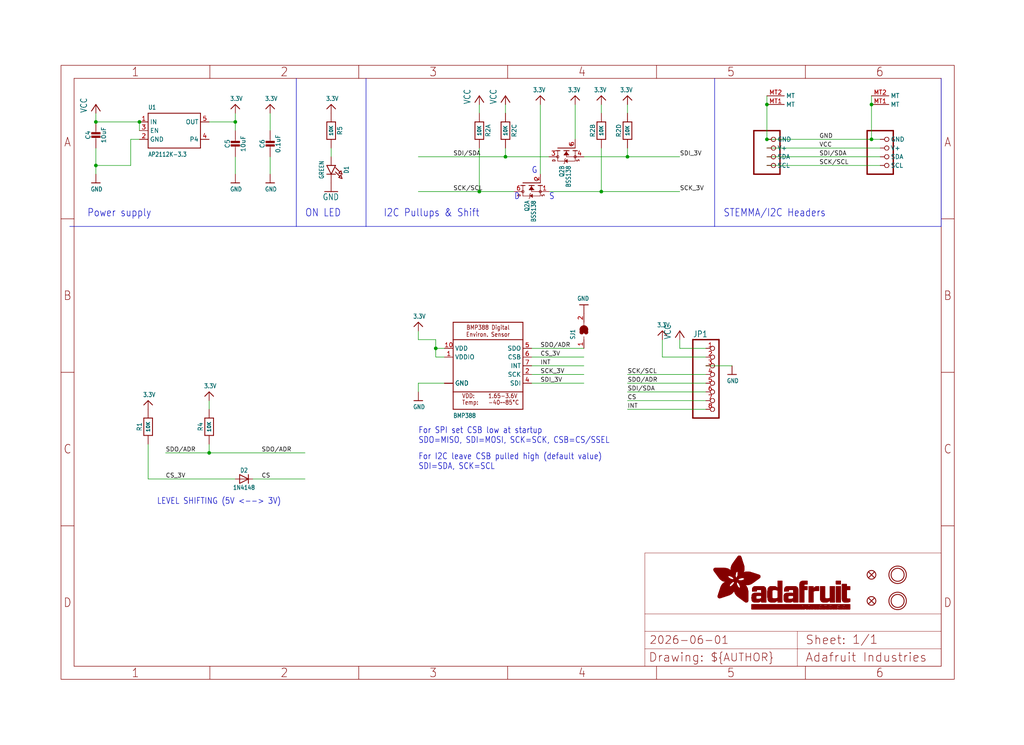
<source format=kicad_sch>
(kicad_sch (version 20230121) (generator eeschema)
  (paper "User" 298.45 217.322)
  (lib_symbols
    (symbol "Adafruit BMP390-eagle-import:3.3V" (power)
      (property "Value" "3.3V" (at -1.524 1.016 0))
      (symbol "3.3V_1_0"
        (pin power_in line (at 0 -2.54 90) (length 2.54) (name "3.3V") (number "1"))
      )
    )
    (symbol "Adafruit BMP390-eagle-import:BMP388"
      (symbol "BMP388_1_0"
        (text "-40~~85°C" (at 0 -11.43 0) (effects (font (size 1.27 1.0795)) (justify left bottom)))
        (text "1.65-3.6V" (at 0 -9.525 0) (effects (font (size 1.27 1.0795)) (justify left bottom)))
        (text "BMP388 Digital\nEnviron. Sensor" (at 0 10.16 0) (effects (font (size 1.27 1.0795))))
        (text "Temp:" (at -7.62 -11.43 0) (effects (font (size 1.27 1.0795)) (justify left bottom)))
        (text "VDD:" (at -7.62 -9.525 0) (effects (font (size 1.27 1.0795)) (justify left bottom)))
        (pin power_in line (at -12.7 2.54 0) (length 2.54) (name "VDDIO") (number "1"))
        (pin power_in line (at -12.7 5.08 0) (length 2.54) (name "VDD") (number "10"))
        (pin input line (at 12.7 -2.54 180) (length 2.54) (name "SCK") (number "2"))
        (pin power_in line (at -12.7 -5.08 0) (length 2.54) (name "GND") (number "3"))
        (pin input line (at 12.7 -5.08 180) (length 2.54) (name "SDI") (number "4"))
        (pin output line (at 12.7 5.08 180) (length 2.54) (name "SDO") (number "5"))
        (pin input line (at 12.7 2.54 180) (length 2.54) (name "CSB") (number "6"))
        (pin output line (at 12.7 0 180) (length 2.54) (name "INT") (number "7"))
        (pin power_in line (at -12.7 -5.08 0) (length 2.54) (name "GND") (number "8"))
        (pin power_in line (at -12.7 -5.08 0) (length 2.54) (name "GND") (number "9"))
      )
    )
    (symbol "Adafruit BMP390-eagle-import:CAP_CERAMIC0603_NO"
      (property "Reference" "C" (at -2.29 1.25 90))
      (symbol "CAP_CERAMIC0603_NO_1_0"
        (pin passive line (at 0 5.08 270) (length 2.54) (name "1") (number "1"))
        (pin passive line (at 0 -2.54 90) (length 2.54) (name "2") (number "2"))
      )
    )
    (symbol "Adafruit BMP390-eagle-import:CAP_CERAMIC0805-NOOUTLINE"
      (property "Reference" "C" (at -2.29 1.25 90))
      (symbol "CAP_CERAMIC0805-NOOUTLINE_1_0"
        (pin passive line (at 0 5.08 270) (length 2.54) (name "1") (number "1"))
        (pin passive line (at 0 -2.54 90) (length 2.54) (name "2") (number "2"))
      )
    )
    (symbol "Adafruit BMP390-eagle-import:DIODESOD-323"
      (property "Reference" "D" (at 0 2.54 0))
      (symbol "DIODESOD-323_1_0"
        (pin passive line (at -2.54 0 0) (length 2.54) (name "A") (number "A"))
        (pin passive line (at 2.54 0 180) (length 2.54) (name "C") (number "C"))
      )
    )
    (symbol "Adafruit BMP390-eagle-import:FIDUCIAL_1MM")
    (symbol "Adafruit BMP390-eagle-import:FRAME_A4_ADAFRUIT"
      (symbol "FRAME_A4_ADAFRUIT_1_0"
        (text "${#}/${##}" (at 230.505 10.16 0) (effects (font (size 2.54 2.54)) (justify left bottom)))
        (text "${AUTHOR}" (at 189.23 5.08 0) (effects (font (size 2.286 2.286)) (justify left bottom)))
        (text "${CURRENT_DATE}" (at 171.45 10.16 0) (effects (font (size 2.286 2.286)) (justify left bottom)))
        (text "${PROJECTNAME}" (at 171.45 15.24 0) (effects (font (size 2.54 2.54)) (justify left bottom)))
        (text "1" (at 21.6958 1.905 0) (effects (font (size 2.54 2.286))))
        (text "1" (at 21.6958 177.165 0) (effects (font (size 2.54 2.286))))
        (text "2" (at 65.0875 1.905 0) (effects (font (size 2.54 2.286))))
        (text "2" (at 65.0875 177.165 0) (effects (font (size 2.54 2.286))))
        (text "3" (at 108.4792 1.905 0) (effects (font (size 2.54 2.286))))
        (text "3" (at 108.4792 177.165 0) (effects (font (size 2.54 2.286))))
        (text "4" (at 151.8708 1.905 0) (effects (font (size 2.54 2.286))))
        (text "4" (at 151.8708 177.165 0) (effects (font (size 2.54 2.286))))
        (text "5" (at 195.2625 1.905 0) (effects (font (size 2.54 2.286))))
        (text "5" (at 195.2625 177.165 0) (effects (font (size 2.54 2.286))))
        (text "6" (at 238.6542 1.905 0) (effects (font (size 2.54 2.286))))
        (text "6" (at 238.6542 177.165 0) (effects (font (size 2.54 2.286))))
        (text "A" (at 1.905 156.6863 0) (effects (font (size 2.54 2.286))))
        (text "A" (at 258.445 156.6863 0) (effects (font (size 2.54 2.286))))
        (text "Adafruit Industries" (at 216.916 4.953 0) (effects (font (size 2.54 2.54)) (justify left bottom)))
        (text "B" (at 1.905 111.9188 0) (effects (font (size 2.54 2.286))))
        (text "B" (at 258.445 111.9188 0) (effects (font (size 2.54 2.286))))
        (text "C" (at 1.905 67.1513 0) (effects (font (size 2.54 2.286))))
        (text "C" (at 258.445 67.1513 0) (effects (font (size 2.54 2.286))))
        (text "D" (at 1.905 22.3838 0) (effects (font (size 2.54 2.286))))
        (text "D" (at 258.445 22.3838 0) (effects (font (size 2.54 2.286))))
        (text "Drawing:" (at 171.196 4.953 0) (effects (font (size 2.54 2.54)) (justify left bottom)))
        (text "Sheet:" (at 216.916 10.033 0) (effects (font (size 2.54 2.54)) (justify left bottom)))
      )
    )
    (symbol "Adafruit BMP390-eagle-import:GND" (power)
      (property "Value" "GND" (at -1.524 -2.54 0))
      (symbol "GND_1_0"
        (pin power_in line (at 0 2.54 270) (length 2.54) (name "GND") (number "1"))
      )
    )
    (symbol "Adafruit BMP390-eagle-import:HEADER-1X870MIL"
      (property "Reference" "JP" (at -6.35 13.335 0))
      (symbol "HEADER-1X870MIL_1_0"
        (pin passive inverted (at -2.54 10.16 0) (length 2.54) (name "1") (number "1"))
        (pin passive inverted (at -2.54 7.62 0) (length 2.54) (name "2") (number "2"))
        (pin passive inverted (at -2.54 5.08 0) (length 2.54) (name "3") (number "3"))
        (pin passive inverted (at -2.54 2.54 0) (length 2.54) (name "4") (number "4"))
        (pin passive inverted (at -2.54 0 0) (length 2.54) (name "5") (number "5"))
        (pin passive inverted (at -2.54 -2.54 0) (length 2.54) (name "6") (number "6"))
        (pin passive inverted (at -2.54 -5.08 0) (length 2.54) (name "7") (number "7"))
        (pin passive inverted (at -2.54 -7.62 0) (length 2.54) (name "8") (number "8"))
      )
    )
    (symbol "Adafruit BMP390-eagle-import:LED0603_NOOUTLINE"
      (property "Reference" "D" (at -1.27 4.445 0))
      (symbol "LED0603_NOOUTLINE_1_0"
        (pin passive line (at -5.08 0 0) (length 2.54) (name "A") (number "A"))
        (pin passive line (at 2.54 0 180) (length 2.54) (name "C") (number "C"))
      )
    )
    (symbol "Adafruit BMP390-eagle-import:MOSFET-N_DUAL"
      (property "Reference" "Q" (at 5.08 0.635 0))
      (symbol "MOSFET-N_DUAL_1_0"
        (text "D" (at 3.175 3.175 0) (effects (font (size 0.8128 0.6908)) (justify left bottom)))
        (text "G" (at -1.27 -1.905 0) (effects (font (size 0.8128 0.6908)) (justify left bottom)))
        (text "S" (at 3.175 -3.81 0) (effects (font (size 0.8128 0.6908)) (justify left bottom)))
        (pin bidirectional line (at 2.54 -5.08 90) (length 2.54) (name "S") (number "1"))
        (pin bidirectional line (at -2.54 -2.54 0) (length 2.54) (name "G") (number "2"))
        (pin bidirectional line (at 2.54 5.08 270) (length 2.54) (name "D") (number "6"))
      )
      (symbol "MOSFET-N_DUAL_2_0"
        (text "D" (at 3.175 3.175 0) (effects (font (size 0.8128 0.6908)) (justify left bottom)))
        (text "G" (at -1.27 -1.905 0) (effects (font (size 0.8128 0.6908)) (justify left bottom)))
        (text "S" (at 3.175 -3.81 0) (effects (font (size 0.8128 0.6908)) (justify left bottom)))
        (pin bidirectional line (at 2.54 5.08 270) (length 2.54) (name "D") (number "3"))
        (pin bidirectional line (at 2.54 -5.08 90) (length 2.54) (name "S") (number "4"))
        (pin bidirectional line (at -2.54 -2.54 0) (length 2.54) (name "G") (number "5"))
      )
    )
    (symbol "Adafruit BMP390-eagle-import:MOUNTINGHOLE2.5")
    (symbol "Adafruit BMP390-eagle-import:RESISTOR_0603_NOOUT"
      (property "Reference" "R" (at 0 2.54 0))
      (symbol "RESISTOR_0603_NOOUT_1_0"
        (pin passive line (at -5.08 0 0) (length 2.54) (name "1") (number "1"))
        (pin passive line (at 5.08 0 180) (length 2.54) (name "2") (number "2"))
      )
    )
    (symbol "Adafruit BMP390-eagle-import:RESISTOR_4PACK"
      (property "Reference" "R" (at 0 2.54 0))
      (symbol "RESISTOR_4PACK_1_0"
        (pin passive line (at -5.08 0 0) (length 2.54) (name "1") (number "1"))
        (pin passive line (at 5.08 0 180) (length 2.54) (name "2") (number "8"))
      )
      (symbol "RESISTOR_4PACK_2_0"
        (pin passive line (at -5.08 0 0) (length 2.54) (name "1") (number "2"))
        (pin passive line (at 5.08 0 180) (length 2.54) (name "2") (number "7"))
      )
      (symbol "RESISTOR_4PACK_3_0"
        (pin passive line (at -5.08 0 0) (length 2.54) (name "1") (number "3"))
        (pin passive line (at 5.08 0 180) (length 2.54) (name "2") (number "6"))
      )
      (symbol "RESISTOR_4PACK_4_0"
        (pin passive line (at -5.08 0 0) (length 2.54) (name "1") (number "4"))
        (pin passive line (at 5.08 0 180) (length 2.54) (name "2") (number "5"))
      )
    )
    (symbol "Adafruit BMP390-eagle-import:SOLDERJUMPER"
      (property "Reference" "SJ" (at -2.54 2.54 0))
      (symbol "SOLDERJUMPER_1_0"
        (pin passive line (at -5.08 0 0) (length 2.54) (name "1") (number "1"))
        (pin passive line (at 5.08 0 180) (length 2.54) (name "2") (number "2"))
      )
    )
    (symbol "Adafruit BMP390-eagle-import:STEMMA_I2C_QT"
      (symbol "STEMMA_I2C_QT_1_0"
        (pin passive inverted (at 0 5.08 0) (length 2.54) (name "GND") (number "1"))
        (pin passive inverted (at 0 2.54 0) (length 2.54) (name "V+") (number "2"))
        (pin passive inverted (at 0 0 0) (length 2.54) (name "SDA") (number "3"))
        (pin passive inverted (at 0 -2.54 0) (length 2.54) (name "SCL") (number "4"))
      )
      (symbol "STEMMA_I2C_QT_2_0"
        (pin bidirectional line (at 0 0 0) (length 5.08) (name "MT") (number "MT1"))
      )
      (symbol "STEMMA_I2C_QT_3_0"
        (pin bidirectional line (at 0 0 0) (length 5.08) (name "MT") (number "MT2"))
      )
    )
    (symbol "Adafruit BMP390-eagle-import:VCC" (power)
      (property "Value" "VCC" (at -2.54 -2.54 90))
      (symbol "VCC_1_0"
        (pin power_in line (at 0 -2.54 90) (length 2.54) (name "VCC") (number "1"))
      )
    )
    (symbol "Adafruit BMP390-eagle-import:VREG_SOT23-5"
      (property "Reference" "U" (at -7.62 6.096 0))
      (symbol "VREG_SOT23-5_1_0"
        (pin power_in line (at -10.16 2.54 0) (length 2.54) (name "IN") (number "1"))
        (pin power_in line (at -10.16 -2.54 0) (length 2.54) (name "GND") (number "2"))
        (pin input line (at -10.16 0 0) (length 2.54) (name "EN") (number "3"))
        (pin bidirectional line (at 10.16 -2.54 180) (length 2.54) (name "P4") (number "4"))
        (pin power_in line (at 10.16 2.54 180) (length 2.54) (name "OUT") (number "5"))
      )
    )
    (symbol "Adafruit BMP390-eagle-import:supply1_GND" (power)
      (property "Value" "supply1_GND" (at -2.54 -2.54 0))
      (symbol "supply1_GND_1_0"
        (pin power_in line (at 0 2.54 270) (length 2.54) (name "GND") (number "1"))
      )
    )
  )
  (junction (at 40.64 35.56))
  (junction (at 127 101.6))
  (junction (at 68.58 35.56))
  (junction (at 223.52 30.48))
  (junction (at 254 40.64))
  (junction (at 147.32 45.72))
  (junction (at 139.7 55.88))
  (junction (at 223.52 40.64))
  (junction (at 27.94 48.26))
  (junction (at 175.26 55.88))
  (junction (at 60.96 132.08))
  (junction (at 182.88 45.72))
  (junction (at 27.94 35.56))
  (junction (at 254 30.48))
  (wire (pts (xy 38.1 48.26) (xy 27.94 48.26)) (stroke (width 0.1524)))
  (wire (pts (xy 254 40.64) (xy 223.52 40.64)) (stroke (width 0.1524)))
  (wire (pts (xy 254 27.94) (xy 254 30.48)) (stroke (width 0.1524)))
  (wire (pts (xy 205.74 104.14) (xy 193.04 104.14)) (stroke (width 0.1524)))
  (wire (pts (xy 175.26 43.18) (xy 175.26 55.88)) (stroke (width 0.1524)))
  (wire (pts (xy 60.96 132.08) (xy 88.9 132.08)) (stroke (width 0.1524)))
  (wire (pts (xy 40.64 40.64) (xy 38.1 40.64)) (stroke (width 0.1524)))
  (polyline (pts (xy 208.28 22.86) (xy 208.28 66.04)) (stroke (width 0.1524) (type solid)))
  (wire (pts (xy 68.58 139.7) (xy 43.18 139.7)) (stroke (width 0.1524)))
  (wire (pts (xy 68.58 35.56) (xy 68.58 38.1)) (stroke (width 0.1524)))
  (wire (pts (xy 205.74 119.38) (xy 182.88 119.38)) (stroke (width 0.1524)))
  (wire (pts (xy 157.48 50.8) (xy 157.48 30.48)) (stroke (width 0.1524)))
  (wire (pts (xy 205.74 109.22) (xy 182.88 109.22)) (stroke (width 0.1524)))
  (wire (pts (xy 68.58 35.56) (xy 68.58 33.02)) (stroke (width 0.1524)))
  (wire (pts (xy 73.66 139.7) (xy 88.9 139.7)) (stroke (width 0.1524)))
  (wire (pts (xy 154.94 106.68) (xy 170.18 106.68)) (stroke (width 0.1524)))
  (wire (pts (xy 170.18 109.22) (xy 154.94 109.22)) (stroke (width 0.1524)))
  (wire (pts (xy 223.52 30.48) (xy 223.52 40.64)) (stroke (width 0.1524)))
  (wire (pts (xy 121.92 96.52) (xy 121.92 99.06)) (stroke (width 0.1524)))
  (wire (pts (xy 256.54 40.64) (xy 254 40.64)) (stroke (width 0.1524)))
  (polyline (pts (xy 106.68 66.04) (xy 208.28 66.04)) (stroke (width 0.1524) (type solid)))
  (wire (pts (xy 223.52 27.94) (xy 223.52 30.48)) (stroke (width 0.1524)))
  (wire (pts (xy 68.58 45.72) (xy 68.58 50.8)) (stroke (width 0.1524)))
  (wire (pts (xy 78.74 33.02) (xy 78.74 38.1)) (stroke (width 0.1524)))
  (wire (pts (xy 38.1 40.64) (xy 38.1 48.26)) (stroke (width 0.1524)))
  (polyline (pts (xy 106.68 22.86) (xy 106.68 66.04)) (stroke (width 0.1524) (type solid)))
  (wire (pts (xy 43.18 139.7) (xy 43.18 129.54)) (stroke (width 0.1524)))
  (wire (pts (xy 154.94 111.76) (xy 170.18 111.76)) (stroke (width 0.1524)))
  (wire (pts (xy 139.7 30.48) (xy 139.7 33.02)) (stroke (width 0.1524)))
  (wire (pts (xy 182.88 45.72) (xy 198.12 45.72)) (stroke (width 0.1524)))
  (wire (pts (xy 149.86 55.88) (xy 139.7 55.88)) (stroke (width 0.1524)))
  (wire (pts (xy 127 104.14) (xy 129.54 104.14)) (stroke (width 0.1524)))
  (wire (pts (xy 121.92 99.06) (xy 127 99.06)) (stroke (width 0.1524)))
  (wire (pts (xy 193.04 104.14) (xy 193.04 99.06)) (stroke (width 0.1524)))
  (polyline (pts (xy 274.32 22.86) (xy 274.32 66.04)) (stroke (width 0.1524) (type solid)))
  (wire (pts (xy 154.94 101.6) (xy 170.18 101.6)) (stroke (width 0.1524)))
  (wire (pts (xy 182.88 43.18) (xy 182.88 45.72)) (stroke (width 0.1524)))
  (wire (pts (xy 27.94 48.26) (xy 27.94 50.8)) (stroke (width 0.1524)))
  (wire (pts (xy 127 99.06) (xy 127 101.6)) (stroke (width 0.1524)))
  (wire (pts (xy 27.94 33.02) (xy 27.94 35.56)) (stroke (width 0.1524)))
  (wire (pts (xy 60.96 129.54) (xy 60.96 132.08)) (stroke (width 0.1524)))
  (wire (pts (xy 139.7 43.18) (xy 139.7 55.88)) (stroke (width 0.1524)))
  (wire (pts (xy 175.26 33.02) (xy 175.26 30.48)) (stroke (width 0.1524)))
  (wire (pts (xy 205.74 116.84) (xy 182.88 116.84)) (stroke (width 0.1524)))
  (wire (pts (xy 40.64 38.1) (xy 40.64 35.56)) (stroke (width 0.1524)))
  (wire (pts (xy 205.74 111.76) (xy 182.88 111.76)) (stroke (width 0.1524)))
  (wire (pts (xy 170.18 45.72) (xy 182.88 45.72)) (stroke (width 0.1524)))
  (polyline (pts (xy 86.36 66.04) (xy 106.68 66.04)) (stroke (width 0.1524) (type solid)))
  (polyline (pts (xy 20.32 66.04) (xy 86.36 66.04)) (stroke (width 0.1524) (type solid)))
  (wire (pts (xy 121.92 111.76) (xy 121.92 114.3)) (stroke (width 0.1524)))
  (wire (pts (xy 223.52 43.18) (xy 256.54 43.18)) (stroke (width 0.1524)))
  (wire (pts (xy 78.74 45.72) (xy 78.74 50.8)) (stroke (width 0.1524)))
  (wire (pts (xy 60.96 132.08) (xy 48.26 132.08)) (stroke (width 0.1524)))
  (wire (pts (xy 175.26 55.88) (xy 198.12 55.88)) (stroke (width 0.1524)))
  (wire (pts (xy 256.54 45.72) (xy 223.52 45.72)) (stroke (width 0.1524)))
  (wire (pts (xy 223.52 48.26) (xy 256.54 48.26)) (stroke (width 0.1524)))
  (wire (pts (xy 129.54 101.6) (xy 127 101.6)) (stroke (width 0.1524)))
  (wire (pts (xy 96.52 45.72) (xy 96.52 43.18)) (stroke (width 0.1524)))
  (wire (pts (xy 205.74 101.6) (xy 198.12 101.6)) (stroke (width 0.1524)))
  (polyline (pts (xy 208.28 66.04) (xy 274.32 66.04)) (stroke (width 0.1524) (type solid)))
  (wire (pts (xy 154.94 104.14) (xy 170.18 104.14)) (stroke (width 0.1524)))
  (wire (pts (xy 139.7 55.88) (xy 121.92 55.88)) (stroke (width 0.1524)))
  (wire (pts (xy 60.96 35.56) (xy 68.58 35.56)) (stroke (width 0.1524)))
  (wire (pts (xy 205.74 106.68) (xy 213.36 106.68)) (stroke (width 0.1524)))
  (wire (pts (xy 254 30.48) (xy 254 40.64)) (stroke (width 0.1524)))
  (wire (pts (xy 40.64 35.56) (xy 27.94 35.56)) (stroke (width 0.1524)))
  (wire (pts (xy 127 101.6) (xy 127 104.14)) (stroke (width 0.1524)))
  (wire (pts (xy 167.64 40.64) (xy 167.64 30.48)) (stroke (width 0.1524)))
  (wire (pts (xy 121.92 111.76) (xy 129.54 111.76)) (stroke (width 0.1524)))
  (polyline (pts (xy 86.36 22.86) (xy 86.36 66.04)) (stroke (width 0.1524) (type solid)))
  (wire (pts (xy 160.02 55.88) (xy 175.26 55.88)) (stroke (width 0.1524)))
  (wire (pts (xy 147.32 43.18) (xy 147.32 45.72)) (stroke (width 0.1524)))
  (wire (pts (xy 147.32 33.02) (xy 147.32 30.48)) (stroke (width 0.1524)))
  (wire (pts (xy 27.94 48.26) (xy 27.94 43.18)) (stroke (width 0.1524)))
  (wire (pts (xy 198.12 101.6) (xy 198.12 99.06)) (stroke (width 0.1524)))
  (wire (pts (xy 160.02 45.72) (xy 147.32 45.72)) (stroke (width 0.1524)))
  (wire (pts (xy 205.74 114.3) (xy 182.88 114.3)) (stroke (width 0.1524)))
  (wire (pts (xy 60.96 116.84) (xy 60.96 119.38)) (stroke (width 0.1524)))
  (wire (pts (xy 147.32 45.72) (xy 121.92 45.72)) (stroke (width 0.1524)))
  (wire (pts (xy 182.88 33.02) (xy 182.88 30.48)) (stroke (width 0.1524)))
  (text "For SPI set CSB low at startup\nSDO=MISO, SDI=MOSI, SCK=SCK, CSB=CS/SSEL" (at 121.92 129.54 0) (effects (font (size 1.778 1.5113)) (justify left bottom)))
  (text "ON LED" (at 88.9 63.5 0) (effects (font (size 2.1844 1.8567)) (justify left bottom)))
  (text "LEVEL SHIFTING (5V <--> 3V)" (at 45.72 147.32 0) (effects (font (size 1.778 1.5113)) (justify left bottom)))
  (text "I2C Pullups & Shift" (at 111.76 63.5 0) (effects (font (size 2.1844 1.8567)) (justify left bottom)))
  (text "For I2C leave CSB pulled high (default value)\nSDI=SDA, SCK=SCL" (at 121.92 137.16 0) (effects (font (size 1.778 1.5113)) (justify left bottom)))
  (text "STEMMA/I2C Headers" (at 210.82 63.5 0) (effects (font (size 2.1844 1.8567)) (justify left bottom)))
  (text "D" (at 149.86 58.42 0) (effects (font (size 1.778 1.5113)) (justify left bottom)))
  (text "Power supply" (at 25.4 63.5 0) (effects (font (size 2.1844 1.8567)) (justify left bottom)))
  (text "G" (at 154.94 50.8 0) (effects (font (size 1.778 1.5113)) (justify left bottom)))
  (text "S" (at 160.02 58.42 0) (effects (font (size 1.778 1.5113)) (justify left bottom)))
  (label "SCK/SCL" (at 132.08 55.88 0) (effects (font (size 1.2446 1.2446))))
  (label "CS" (at 182.88 116.84 0) (effects (font (size 1.2446 1.2446))))
  (label "SCK_3V" (at 198.12 55.88 0) (effects (font (size 1.2446 1.2446))))
  (label "SDI/SDA" (at 132.08 45.72 0) (effects (font (size 1.2446 1.2446))))
  (label "CS_3V" (at 48.26 139.7 0) (effects (font (size 1.2446 1.2446))))
  (label "CS" (at 76.2 139.7 0) (effects (font (size 1.2446 1.2446))))
  (label "SDO/ADR" (at 182.88 111.76 0) (effects (font (size 1.2446 1.2446))))
  (label "SDI_3V" (at 198.12 45.72 0) (effects (font (size 1.2446 1.2446))))
  (label "SDO/ADR" (at 48.26 132.08 0) (effects (font (size 1.2446 1.2446))))
  (label "VCC" (at 238.76 43.18 0) (effects (font (size 1.2446 1.2446))))
  (label "INT" (at 157.48 106.68 0) (effects (font (size 1.2446 1.2446))))
  (label "SDO/ADR" (at 76.2 132.08 0) (effects (font (size 1.2446 1.2446))))
  (label "SDI_3V" (at 157.48 111.76 0) (effects (font (size 1.2446 1.2446))))
  (label "INT" (at 182.88 119.38 0) (effects (font (size 1.2446 1.2446))))
  (label "GND" (at 238.76 40.64 0) (effects (font (size 1.2446 1.2446))))
  (label "SCK/SCL" (at 182.88 109.22 0) (effects (font (size 1.2446 1.2446))))
  (label "SCK/SCL" (at 238.76 48.26 0) (effects (font (size 1.2446 1.2446))))
  (label "SDI/SDA" (at 182.88 114.3 0) (effects (font (size 1.2446 1.2446))))
  (label "SCK_3V" (at 157.48 109.22 0) (effects (font (size 1.2446 1.2446))))
  (label "CS_3V" (at 157.48 104.14 0) (effects (font (size 1.2446 1.2446))))
  (label "SDI/SDA" (at 238.76 45.72 0) (effects (font (size 1.2446 1.2446))))
  (label "SDO/ADR" (at 157.48 101.6 0) (effects (font (size 1.2446 1.2446))))
  (symbol (lib_id "Adafruit BMP390-eagle-import:RESISTOR_4PACK") (at 147.32 38.1 270) (unit 3)
    (property "Reference" "R2" (at 149.86 38.1 0))
    (property "Value" "10K" (at 147.32 38.1 0) (effects (font (size 1.016 1.016) bold)))
    (property "Footprint" "Adafruit BMP390:RESPACK_4X0603" (effects hide))
  )
  (symbol (lib_id "Adafruit BMP390-eagle-import:3.3V") (at 182.88 27.94 0) (mirror y) (unit 1)
    (property "Reference" "#U$35" (effects hide))
    (property "Value" "3.3V" (at 184.404 26.924 0) (effects (font (size 1.27 1.0795)) (justify left bottom)))
  )
  (symbol (lib_id "Adafruit BMP390-eagle-import:CAP_CERAMIC0805-NOOUTLINE") (at 68.58 43.18 0) (unit 1)
    (property "Reference" "C5" (at 66.29 41.93 90))
    (property "Value" "10uF" (at 70.88 41.93 90))
    (property "Footprint" "Adafruit BMP390:0805-NO" (effects hide))
  )
  (symbol (lib_id "Adafruit BMP390-eagle-import:FIDUCIAL_1MM") (at 254 175.26 0) (unit 1)
    (property "Reference" "FID3" (effects hide))
    (property "Value" "FIDUCIAL_1MM" (effects hide))
    (property "Footprint" "Adafruit BMP390:FIDUCIAL_1MM" (effects hide))
  )
  (symbol (lib_id "Adafruit BMP390-eagle-import:GND") (at 170.18 88.9 180) (unit 1)
    (property "Reference" "#U$1" (effects hide))
    (property "Value" "GND" (at 171.704 86.36 0) (effects (font (size 1.27 1.0795)) (justify left bottom)))
  )
  (symbol (lib_id "Adafruit BMP390-eagle-import:CAP_CERAMIC0805-NOOUTLINE") (at 27.94 40.64 0) (unit 1)
    (property "Reference" "C4" (at 25.65 39.39 90))
    (property "Value" "10uF" (at 30.24 39.39 90))
    (property "Footprint" "Adafruit BMP390:0805-NO" (effects hide))
  )
  (symbol (lib_id "Adafruit BMP390-eagle-import:3.3V") (at 68.58 30.48 0) (unit 1)
    (property "Reference" "#U$34" (effects hide))
    (property "Value" "3.3V" (at 67.056 29.464 0) (effects (font (size 1.27 1.0795)) (justify left bottom)))
  )
  (symbol (lib_id "Adafruit BMP390-eagle-import:FIDUCIAL_1MM") (at 254 167.64 0) (unit 1)
    (property "Reference" "FID4" (effects hide))
    (property "Value" "FIDUCIAL_1MM" (effects hide))
    (property "Footprint" "Adafruit BMP390:FIDUCIAL_1MM" (effects hide))
  )
  (symbol (lib_id "Adafruit BMP390-eagle-import:MOSFET-N_DUAL") (at 165.1 43.18 90) (mirror x) (unit 2)
    (property "Reference" "Q2" (at 164.465 48.26 0) (effects (font (size 1.27 1.0795)) (justify left bottom)))
    (property "Value" "BSS138" (at 166.37 48.26 0) (effects (font (size 1.27 1.0795)) (justify left bottom)))
    (property "Footprint" "Adafruit BMP390:SOT363" (effects hide))
  )
  (symbol (lib_id "Adafruit BMP390-eagle-import:LED0603_NOOUTLINE") (at 96.52 50.8 270) (unit 1)
    (property "Reference" "D1" (at 100.965 49.53 0) (effects (font (size 1.27 1.0795))))
    (property "Value" "GREEN" (at 93.726 49.53 0) (effects (font (size 1.27 1.0795))))
    (property "Footprint" "Adafruit BMP390:CHIPLED_0603_NOOUTLINE" (effects hide))
  )
  (symbol (lib_id "Adafruit BMP390-eagle-import:3.3V") (at 96.52 30.48 0) (unit 1)
    (property "Reference" "#U$45" (effects hide))
    (property "Value" "3.3V" (at 94.996 29.464 0) (effects (font (size 1.27 1.0795)) (justify left bottom)))
  )
  (symbol (lib_id "Adafruit BMP390-eagle-import:GND") (at 213.36 109.22 0) (unit 1)
    (property "Reference" "#U$4" (effects hide))
    (property "Value" "GND" (at 211.836 111.76 0) (effects (font (size 1.27 1.0795)) (justify left bottom)))
  )
  (symbol (lib_id "Adafruit BMP390-eagle-import:VCC") (at 139.7 27.94 0) (unit 1)
    (property "Reference" "#P+1" (effects hide))
    (property "Value" "VCC" (at 137.16 30.48 90) (effects (font (size 1.778 1.5113)) (justify left bottom)))
  )
  (symbol (lib_id "Adafruit BMP390-eagle-import:GND") (at 78.74 53.34 0) (unit 1)
    (property "Reference" "#U$31" (effects hide))
    (property "Value" "GND" (at 77.216 55.88 0) (effects (font (size 1.27 1.0795)) (justify left bottom)))
  )
  (symbol (lib_id "Adafruit BMP390-eagle-import:VREG_SOT23-5") (at 50.8 38.1 0) (unit 1)
    (property "Reference" "U1" (at 43.18 32.004 0) (effects (font (size 1.27 1.0795)) (justify left bottom)))
    (property "Value" "AP2112K-3.3" (at 43.18 45.72 0) (effects (font (size 1.27 1.0795)) (justify left bottom)))
    (property "Footprint" "Adafruit BMP390:SOT23-5" (effects hide))
  )
  (symbol (lib_id "Adafruit BMP390-eagle-import:3.3V") (at 60.96 114.3 0) (unit 1)
    (property "Reference" "#U$25" (effects hide))
    (property "Value" "3.3V" (at 59.436 113.284 0) (effects (font (size 1.27 1.0795)) (justify left bottom)))
  )
  (symbol (lib_id "Adafruit BMP390-eagle-import:3.3V") (at 167.64 27.94 0) (mirror y) (unit 1)
    (property "Reference" "#U$38" (effects hide))
    (property "Value" "3.3V" (at 169.164 26.924 0) (effects (font (size 1.27 1.0795)) (justify left bottom)))
  )
  (symbol (lib_id "Adafruit BMP390-eagle-import:FRAME_A4_ADAFRUIT") (at 17.78 198.12 0) (unit 1)
    (property "Reference" "#U$42" (effects hide))
    (property "Value" "FRAME_A4_ADAFRUIT" (effects hide))
  )
  (symbol (lib_id "Adafruit BMP390-eagle-import:MOSFET-N_DUAL") (at 154.94 53.34 90) (mirror x) (unit 1)
    (property "Reference" "Q2" (at 154.305 58.42 0) (effects (font (size 1.27 1.0795)) (justify left bottom)))
    (property "Value" "BSS138" (at 156.21 58.42 0) (effects (font (size 1.27 1.0795)) (justify left bottom)))
    (property "Footprint" "Adafruit BMP390:SOT363" (effects hide))
  )
  (symbol (lib_id "Adafruit BMP390-eagle-import:STEMMA_I2C_QT") (at 223.52 30.48 0) (unit 2)
    (property "Reference" "CONN3" (effects hide))
    (property "Value" "STEMMA_I2C_QT" (effects hide))
    (property "Footprint" "Adafruit BMP390:JST_SH4" (effects hide))
  )
  (symbol (lib_id "Adafruit BMP390-eagle-import:HEADER-1X870MIL") (at 208.28 111.76 0) (unit 1)
    (property "Reference" "JP1" (at 201.93 98.425 0) (effects (font (size 1.778 1.5113)) (justify left bottom)))
    (property "Value" "HEADER-1X870MIL" (effects hide))
    (property "Footprint" "Adafruit BMP390:1X08_ROUND_70" (effects hide))
  )
  (symbol (lib_id "Adafruit BMP390-eagle-import:SOLDERJUMPER") (at 170.18 96.52 90) (unit 1)
    (property "Reference" "SJ1" (at 167.64 99.06 0) (effects (font (size 1.27 1.0795)) (justify left bottom)))
    (property "Value" "SOLDERJUMPER" (effects hide))
    (property "Footprint" "Adafruit BMP390:SOLDERJUMPER_ARROW_NOPASTE" (effects hide))
  )
  (symbol (lib_id "Adafruit BMP390-eagle-import:3.3V") (at 175.26 27.94 0) (mirror y) (unit 1)
    (property "Reference" "#U$36" (effects hide))
    (property "Value" "3.3V" (at 176.784 26.924 0) (effects (font (size 1.27 1.0795)) (justify left bottom)))
  )
  (symbol (lib_id "Adafruit BMP390-eagle-import:3.3V") (at 157.48 27.94 0) (mirror y) (unit 1)
    (property "Reference" "#U$37" (effects hide))
    (property "Value" "3.3V" (at 159.004 26.924 0) (effects (font (size 1.27 1.0795)) (justify left bottom)))
  )
  (symbol (lib_id "Adafruit BMP390-eagle-import:BMP388") (at 142.24 106.68 0) (unit 1)
    (property "Reference" "IC1" (effects hide))
    (property "Value" "BMP388" (at 132.08 121.92 0) (effects (font (size 1.27 1.0795)) (justify left bottom)))
    (property "Footprint" "Adafruit BMP390:BMP388" (effects hide))
  )
  (symbol (lib_id "Adafruit BMP390-eagle-import:3.3V") (at 78.74 30.48 0) (unit 1)
    (property "Reference" "#U$33" (effects hide))
    (property "Value" "3.3V" (at 77.216 29.464 0) (effects (font (size 1.27 1.0795)) (justify left bottom)))
  )
  (symbol (lib_id "Adafruit BMP390-eagle-import:DIODESOD-323") (at 71.12 139.7 0) (unit 1)
    (property "Reference" "D2" (at 71.12 137.16 0) (effects (font (size 1.27 1.0795))))
    (property "Value" "1N4148" (at 71.12 142.2 0) (effects (font (size 1.27 1.0795))))
    (property "Footprint" "Adafruit BMP390:SOD-323" (effects hide))
  )
  (symbol (lib_id "Adafruit BMP390-eagle-import:STEMMA_I2C_QT") (at 256.54 45.72 0) (unit 1)
    (property "Reference" "CONN4" (effects hide))
    (property "Value" "STEMMA_I2C_QT" (effects hide))
    (property "Footprint" "Adafruit BMP390:JST_SH4" (effects hide))
  )
  (symbol (lib_id "Adafruit BMP390-eagle-import:RESISTOR_0603_NOOUT") (at 96.52 38.1 270) (unit 1)
    (property "Reference" "R5" (at 99.06 38.1 0))
    (property "Value" "10K" (at 96.52 38.1 0) (effects (font (size 1.016 1.016) bold)))
    (property "Footprint" "Adafruit BMP390:0603-NO" (effects hide))
  )
  (symbol (lib_id "Adafruit BMP390-eagle-import:MOUNTINGHOLE2.5") (at 261.62 175.26 0) (unit 1)
    (property "Reference" "U$40" (effects hide))
    (property "Value" "MOUNTINGHOLE2.5" (effects hide))
    (property "Footprint" "Adafruit BMP390:MOUNTINGHOLE_2.5_PLATED" (effects hide))
  )
  (symbol (lib_id "Adafruit BMP390-eagle-import:VCC") (at 198.12 96.52 0) (unit 1)
    (property "Reference" "#P+5" (effects hide))
    (property "Value" "VCC" (at 195.58 99.06 90) (effects (font (size 1.778 1.5113)) (justify left bottom)))
  )
  (symbol (lib_id "Adafruit BMP390-eagle-import:GND") (at 27.94 53.34 0) (unit 1)
    (property "Reference" "#U$23" (effects hide))
    (property "Value" "GND" (at 26.416 55.88 0) (effects (font (size 1.27 1.0795)) (justify left bottom)))
  )
  (symbol (lib_id "Adafruit BMP390-eagle-import:GND") (at 121.92 116.84 0) (unit 1)
    (property "Reference" "#U$3" (effects hide))
    (property "Value" "GND" (at 120.396 119.38 0) (effects (font (size 1.27 1.0795)) (justify left bottom)))
  )
  (symbol (lib_id "Adafruit BMP390-eagle-import:VCC") (at 27.94 30.48 0) (unit 1)
    (property "Reference" "#P+3" (effects hide))
    (property "Value" "VCC" (at 25.4 33.02 90) (effects (font (size 1.778 1.5113)) (justify left bottom)))
  )
  (symbol (lib_id "Adafruit BMP390-eagle-import:MOUNTINGHOLE2.5") (at 261.62 167.64 0) (unit 1)
    (property "Reference" "U$41" (effects hide))
    (property "Value" "MOUNTINGHOLE2.5" (effects hide))
    (property "Footprint" "Adafruit BMP390:MOUNTINGHOLE_2.5_PLATED" (effects hide))
  )
  (symbol (lib_id "Adafruit BMP390-eagle-import:RESISTOR_4PACK") (at 175.26 38.1 90) (mirror x) (unit 2)
    (property "Reference" "R2" (at 172.72 38.1 0))
    (property "Value" "10K" (at 175.26 38.1 0) (effects (font (size 1.016 1.016) bold)))
    (property "Footprint" "Adafruit BMP390:RESPACK_4X0603" (effects hide))
  )
  (symbol (lib_id "Adafruit BMP390-eagle-import:STEMMA_I2C_QT") (at 254 27.94 0) (unit 3)
    (property "Reference" "CONN4" (effects hide))
    (property "Value" "STEMMA_I2C_QT" (effects hide))
    (property "Footprint" "Adafruit BMP390:JST_SH4" (effects hide))
  )
  (symbol (lib_id "Adafruit BMP390-eagle-import:supply1_GND") (at 96.52 55.88 0) (unit 1)
    (property "Reference" "#GND6" (effects hide))
    (property "Value" "GND" (at 93.98 58.42 0) (effects (font (size 1.778 1.5113)) (justify left bottom)))
  )
  (symbol (lib_id "Adafruit BMP390-eagle-import:STEMMA_I2C_QT") (at 223.52 27.94 0) (unit 3)
    (property "Reference" "CONN3" (effects hide))
    (property "Value" "STEMMA_I2C_QT" (effects hide))
    (property "Footprint" "Adafruit BMP390:JST_SH4" (effects hide))
  )
  (symbol (lib_id "Adafruit BMP390-eagle-import:CAP_CERAMIC0603_NO") (at 78.74 43.18 0) (unit 1)
    (property "Reference" "C6" (at 76.45 41.93 90))
    (property "Value" "0.1uF" (at 81.04 41.93 90))
    (property "Footprint" "Adafruit BMP390:0603-NO" (effects hide))
  )
  (symbol (lib_id "Adafruit BMP390-eagle-import:RESISTOR_4PACK") (at 139.7 38.1 270) (unit 1)
    (property "Reference" "R2" (at 142.24 38.1 0))
    (property "Value" "10K" (at 139.7 38.1 0) (effects (font (size 1.016 1.016) bold)))
    (property "Footprint" "Adafruit BMP390:RESPACK_4X0603" (effects hide))
  )
  (symbol (lib_id "Adafruit BMP390-eagle-import:RESISTOR_0603_NOOUT") (at 43.18 124.46 90) (unit 1)
    (property "Reference" "R1" (at 40.64 124.46 0))
    (property "Value" "10K" (at 43.18 124.46 0) (effects (font (size 1.016 1.016) bold)))
    (property "Footprint" "Adafruit BMP390:0603-NO" (effects hide))
  )
  (symbol (lib_id "Adafruit BMP390-eagle-import:RESISTOR_0603_NOOUT") (at 60.96 124.46 90) (unit 1)
    (property "Reference" "R4" (at 58.42 124.46 0))
    (property "Value" "10K" (at 60.96 124.46 0) (effects (font (size 1.016 1.016) bold)))
    (property "Footprint" "Adafruit BMP390:0603-NO" (effects hide))
  )
  (symbol (lib_id "Adafruit BMP390-eagle-import:RESISTOR_4PACK") (at 182.88 38.1 90) (mirror x) (unit 4)
    (property "Reference" "R2" (at 180.34 38.1 0))
    (property "Value" "10K" (at 182.88 38.1 0) (effects (font (size 1.016 1.016) bold)))
    (property "Footprint" "Adafruit BMP390:RESPACK_4X0603" (effects hide))
  )
  (symbol (lib_id "Adafruit BMP390-eagle-import:VCC") (at 147.32 27.94 0) (unit 1)
    (property "Reference" "#P+2" (effects hide))
    (property "Value" "VCC" (at 144.78 30.48 90) (effects (font (size 1.778 1.5113)) (justify left bottom)))
  )
  (symbol (lib_id "Adafruit BMP390-eagle-import:3.3V") (at 43.18 116.84 0) (unit 1)
    (property "Reference" "#U$18" (effects hide))
    (property "Value" "3.3V" (at 41.656 115.824 0) (effects (font (size 1.27 1.0795)) (justify left bottom)))
  )
  (symbol (lib_id "Adafruit BMP390-eagle-import:STEMMA_I2C_QT") (at 254 30.48 0) (unit 2)
    (property "Reference" "CONN4" (effects hide))
    (property "Value" "STEMMA_I2C_QT" (effects hide))
    (property "Footprint" "Adafruit BMP390:JST_SH4" (effects hide))
  )
  (symbol (lib_id "Adafruit BMP390-eagle-import:STEMMA_I2C_QT") (at 223.52 45.72 0) (unit 1)
    (property "Reference" "CONN3" (effects hide))
    (property "Value" "STEMMA_I2C_QT" (effects hide))
    (property "Footprint" "Adafruit BMP390:JST_SH4" (effects hide))
  )
  (symbol (lib_id "Adafruit BMP390-eagle-import:3.3V") (at 193.04 96.52 0) (unit 1)
    (property "Reference" "#U$10" (effects hide))
    (property "Value" "3.3V" (at 191.516 95.504 0) (effects (font (size 1.27 1.0795)) (justify left bottom)))
  )
  (symbol (lib_id "Adafruit BMP390-eagle-import:3.3V") (at 121.92 93.98 0) (unit 1)
    (property "Reference" "#U$12" (effects hide))
    (property "Value" "3.3V" (at 120.396 92.964 0) (effects (font (size 1.27 1.0795)) (justify left bottom)))
  )
  (symbol (lib_id "Adafruit BMP390-eagle-import:GND") (at 68.58 53.34 0) (unit 1)
    (property "Reference" "#U$30" (effects hide))
    (property "Value" "GND" (at 67.056 55.88 0) (effects (font (size 1.27 1.0795)) (justify left bottom)))
  )
)
</source>
